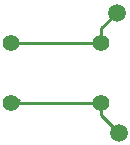
<source format=gbr>
G04 #@! TF.FileFunction,Copper,L1,Top,Signal*
%FSLAX46Y46*%
G04 Gerber Fmt 4.6, Leading zero omitted, Abs format (unit mm)*
G04 Created by KiCad (PCBNEW 4.0.2+dfsg1-stable) date mar 18 dic 2018 10:10:51 CET*
%MOMM*%
G01*
G04 APERTURE LIST*
%ADD10C,0.100000*%
%ADD11C,1.397000*%
%ADD12C,1.500000*%
%ADD13C,0.250000*%
G04 APERTURE END LIST*
D10*
D11*
X131020820Y-101455220D03*
X131020820Y-106535220D03*
X123400820Y-101455220D03*
X123400820Y-106535220D03*
D12*
X132476240Y-109049820D03*
X132336540Y-98877120D03*
D13*
X131020820Y-101455220D02*
X131020820Y-100192840D01*
X131020820Y-100192840D02*
X132336540Y-98877120D01*
X123400820Y-101455220D02*
X131020820Y-101455220D01*
X131020820Y-106535220D02*
X131020820Y-107594400D01*
X131020820Y-107594400D02*
X132476240Y-109049820D01*
X123400820Y-106535220D02*
X131020820Y-106535220D01*
X123101100Y-106276140D02*
X124088928Y-106276140D01*
M02*

</source>
